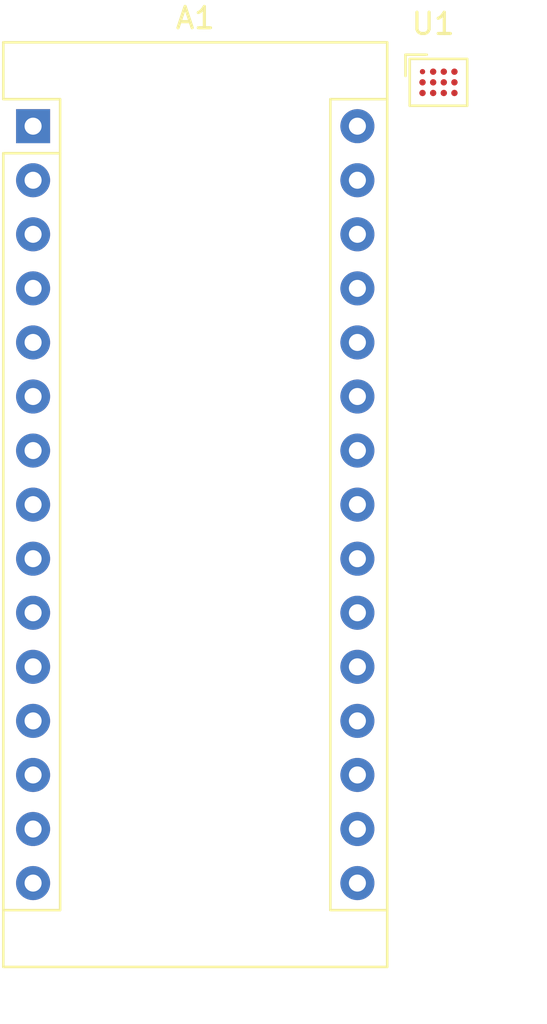
<source format=kicad_pcb>
(kicad_pcb (version 20171130) (host pcbnew 5.0.2+dfsg1-1)

  (general
    (thickness 1.6)
    (drawings 0)
    (tracks 0)
    (zones 0)
    (modules 2)
    (nets 39)
  )

  (page A4)
  (layers
    (0 F.Cu signal)
    (31 B.Cu signal)
    (32 B.Adhes user)
    (33 F.Adhes user)
    (34 B.Paste user)
    (35 F.Paste user)
    (36 B.SilkS user)
    (37 F.SilkS user)
    (38 B.Mask user)
    (39 F.Mask user)
    (40 Dwgs.User user)
    (41 Cmts.User user)
    (42 Eco1.User user)
    (43 Eco2.User user)
    (44 Edge.Cuts user)
    (45 Margin user)
    (46 B.CrtYd user)
    (47 F.CrtYd user)
    (48 B.Fab user)
    (49 F.Fab user)
  )

  (setup
    (last_trace_width 0.25)
    (trace_clearance 0.2)
    (zone_clearance 0.508)
    (zone_45_only no)
    (trace_min 0.2)
    (segment_width 0.2)
    (edge_width 0.15)
    (via_size 0.8)
    (via_drill 0.4)
    (via_min_size 0.4)
    (via_min_drill 0.3)
    (uvia_size 0.3)
    (uvia_drill 0.1)
    (uvias_allowed no)
    (uvia_min_size 0.2)
    (uvia_min_drill 0.1)
    (pcb_text_width 0.3)
    (pcb_text_size 1.5 1.5)
    (mod_edge_width 0.15)
    (mod_text_size 1 1)
    (mod_text_width 0.15)
    (pad_size 1.524 1.524)
    (pad_drill 0.762)
    (pad_to_mask_clearance 0.051)
    (solder_mask_min_width 0.25)
    (aux_axis_origin 0 0)
    (visible_elements FFFFFF7F)
    (pcbplotparams
      (layerselection 0x010fc_ffffffff)
      (usegerberextensions false)
      (usegerberattributes false)
      (usegerberadvancedattributes false)
      (creategerberjobfile false)
      (excludeedgelayer true)
      (linewidth 0.100000)
      (plotframeref false)
      (viasonmask false)
      (mode 1)
      (useauxorigin false)
      (hpglpennumber 1)
      (hpglpenspeed 20)
      (hpglpendiameter 15.000000)
      (psnegative false)
      (psa4output false)
      (plotreference true)
      (plotvalue true)
      (plotinvisibletext false)
      (padsonsilk false)
      (subtractmaskfromsilk false)
      (outputformat 1)
      (mirror false)
      (drillshape 1)
      (scaleselection 1)
      (outputdirectory ""))
  )

  (net 0 "")
  (net 1 "Net-(J1-Pad8)")
  (net 2 "Net-(J1-Pad1)")
  (net 3 "Net-(A1-Pad2)")
  (net 4 "Net-(J1-Pad10)")
  (net 5 "Net-(A1-Pad27)")
  (net 6 "Net-(A1-Pad1)")
  (net 7 "Net-(U1-PadC3)")
  (net 8 "Net-(U1-PadB3)")
  (net 9 "Net-(U1-PadA3)")
  (net 10 "Net-(U1-PadC4)")
  (net 11 "Net-(A1-Pad4)")
  (net 12 "Net-(U1-PadA4)")
  (net 13 "Net-(A1-Pad17)")
  (net 14 "Net-(A1-Pad18)")
  (net 15 "Net-(A1-Pad3)")
  (net 16 "Net-(A1-Pad19)")
  (net 17 "Net-(A1-Pad20)")
  (net 18 "Net-(A1-Pad5)")
  (net 19 "Net-(A1-Pad21)")
  (net 20 "Net-(A1-Pad6)")
  (net 21 "Net-(A1-Pad22)")
  (net 22 "Net-(A1-Pad7)")
  (net 23 "Net-(A1-Pad23)")
  (net 24 "Net-(A1-Pad8)")
  (net 25 "Net-(A1-Pad24)")
  (net 26 "Net-(A1-Pad9)")
  (net 27 "Net-(A1-Pad25)")
  (net 28 "Net-(A1-Pad10)")
  (net 29 "Net-(A1-Pad26)")
  (net 30 "Net-(A1-Pad11)")
  (net 31 "Net-(A1-Pad12)")
  (net 32 "Net-(A1-Pad28)")
  (net 33 "Net-(A1-Pad13)")
  (net 34 "Net-(A1-Pad29)")
  (net 35 "Net-(A1-Pad14)")
  (net 36 "Net-(A1-Pad30)")
  (net 37 "Net-(A1-Pad15)")
  (net 38 "Net-(A1-Pad16)")

  (net_class Default "This is the default net class."
    (clearance 0.2)
    (trace_width 0.25)
    (via_dia 0.8)
    (via_drill 0.4)
    (uvia_dia 0.3)
    (uvia_drill 0.1)
    (add_net "Net-(A1-Pad1)")
    (add_net "Net-(A1-Pad10)")
    (add_net "Net-(A1-Pad11)")
    (add_net "Net-(A1-Pad12)")
    (add_net "Net-(A1-Pad13)")
    (add_net "Net-(A1-Pad14)")
    (add_net "Net-(A1-Pad15)")
    (add_net "Net-(A1-Pad16)")
    (add_net "Net-(A1-Pad17)")
    (add_net "Net-(A1-Pad18)")
    (add_net "Net-(A1-Pad19)")
    (add_net "Net-(A1-Pad2)")
    (add_net "Net-(A1-Pad20)")
    (add_net "Net-(A1-Pad21)")
    (add_net "Net-(A1-Pad22)")
    (add_net "Net-(A1-Pad23)")
    (add_net "Net-(A1-Pad24)")
    (add_net "Net-(A1-Pad25)")
    (add_net "Net-(A1-Pad26)")
    (add_net "Net-(A1-Pad27)")
    (add_net "Net-(A1-Pad28)")
    (add_net "Net-(A1-Pad29)")
    (add_net "Net-(A1-Pad3)")
    (add_net "Net-(A1-Pad30)")
    (add_net "Net-(A1-Pad4)")
    (add_net "Net-(A1-Pad5)")
    (add_net "Net-(A1-Pad6)")
    (add_net "Net-(A1-Pad7)")
    (add_net "Net-(A1-Pad8)")
    (add_net "Net-(A1-Pad9)")
    (add_net "Net-(J1-Pad1)")
    (add_net "Net-(J1-Pad10)")
    (add_net "Net-(J1-Pad8)")
    (add_net "Net-(U1-PadA3)")
    (add_net "Net-(U1-PadA4)")
    (add_net "Net-(U1-PadB3)")
    (add_net "Net-(U1-PadC3)")
    (add_net "Net-(U1-PadC4)")
  )

  (module Module:Arduino_Nano (layer F.Cu) (tedit 58ACAF70) (tstamp 5C1C13BC)
    (at 1323.625001 -1199.874999)
    (descr "Arduino Nano, http://www.mouser.com/pdfdocs/Gravitech_Arduino_Nano3_0.pdf")
    (tags "Arduino Nano")
    (path /5C1C091A)
    (fp_text reference A1 (at 7.62 -5.08) (layer F.SilkS)
      (effects (font (size 1 1) (thickness 0.15)))
    )
    (fp_text value Arduino_Nano_v3.x (at 8.89 19.05 90) (layer F.Fab)
      (effects (font (size 1 1) (thickness 0.15)))
    )
    (fp_text user %R (at 6.35 19.05 90) (layer F.Fab)
      (effects (font (size 1 1) (thickness 0.15)))
    )
    (fp_line (start 1.27 1.27) (end 1.27 -1.27) (layer F.SilkS) (width 0.12))
    (fp_line (start 1.27 -1.27) (end -1.4 -1.27) (layer F.SilkS) (width 0.12))
    (fp_line (start -1.4 1.27) (end -1.4 39.5) (layer F.SilkS) (width 0.12))
    (fp_line (start -1.4 -3.94) (end -1.4 -1.27) (layer F.SilkS) (width 0.12))
    (fp_line (start 13.97 -1.27) (end 16.64 -1.27) (layer F.SilkS) (width 0.12))
    (fp_line (start 13.97 -1.27) (end 13.97 36.83) (layer F.SilkS) (width 0.12))
    (fp_line (start 13.97 36.83) (end 16.64 36.83) (layer F.SilkS) (width 0.12))
    (fp_line (start 1.27 1.27) (end -1.4 1.27) (layer F.SilkS) (width 0.12))
    (fp_line (start 1.27 1.27) (end 1.27 36.83) (layer F.SilkS) (width 0.12))
    (fp_line (start 1.27 36.83) (end -1.4 36.83) (layer F.SilkS) (width 0.12))
    (fp_line (start 3.81 31.75) (end 11.43 31.75) (layer F.Fab) (width 0.1))
    (fp_line (start 11.43 31.75) (end 11.43 41.91) (layer F.Fab) (width 0.1))
    (fp_line (start 11.43 41.91) (end 3.81 41.91) (layer F.Fab) (width 0.1))
    (fp_line (start 3.81 41.91) (end 3.81 31.75) (layer F.Fab) (width 0.1))
    (fp_line (start -1.4 39.5) (end 16.64 39.5) (layer F.SilkS) (width 0.12))
    (fp_line (start 16.64 39.5) (end 16.64 -3.94) (layer F.SilkS) (width 0.12))
    (fp_line (start 16.64 -3.94) (end -1.4 -3.94) (layer F.SilkS) (width 0.12))
    (fp_line (start 16.51 39.37) (end -1.27 39.37) (layer F.Fab) (width 0.1))
    (fp_line (start -1.27 39.37) (end -1.27 -2.54) (layer F.Fab) (width 0.1))
    (fp_line (start -1.27 -2.54) (end 0 -3.81) (layer F.Fab) (width 0.1))
    (fp_line (start 0 -3.81) (end 16.51 -3.81) (layer F.Fab) (width 0.1))
    (fp_line (start 16.51 -3.81) (end 16.51 39.37) (layer F.Fab) (width 0.1))
    (fp_line (start -1.53 -4.06) (end 16.75 -4.06) (layer F.CrtYd) (width 0.05))
    (fp_line (start -1.53 -4.06) (end -1.53 42.16) (layer F.CrtYd) (width 0.05))
    (fp_line (start 16.75 42.16) (end 16.75 -4.06) (layer F.CrtYd) (width 0.05))
    (fp_line (start 16.75 42.16) (end -1.53 42.16) (layer F.CrtYd) (width 0.05))
    (pad 1 thru_hole rect (at 0 0) (size 1.6 1.6) (drill 0.8) (layers *.Cu *.Mask)
      (net 6 "Net-(A1-Pad1)"))
    (pad 17 thru_hole oval (at 15.24 33.02) (size 1.6 1.6) (drill 0.8) (layers *.Cu *.Mask)
      (net 13 "Net-(A1-Pad17)"))
    (pad 2 thru_hole oval (at 0 2.54) (size 1.6 1.6) (drill 0.8) (layers *.Cu *.Mask)
      (net 3 "Net-(A1-Pad2)"))
    (pad 18 thru_hole oval (at 15.24 30.48) (size 1.6 1.6) (drill 0.8) (layers *.Cu *.Mask)
      (net 14 "Net-(A1-Pad18)"))
    (pad 3 thru_hole oval (at 0 5.08) (size 1.6 1.6) (drill 0.8) (layers *.Cu *.Mask)
      (net 15 "Net-(A1-Pad3)"))
    (pad 19 thru_hole oval (at 15.24 27.94) (size 1.6 1.6) (drill 0.8) (layers *.Cu *.Mask)
      (net 16 "Net-(A1-Pad19)"))
    (pad 4 thru_hole oval (at 0 7.62) (size 1.6 1.6) (drill 0.8) (layers *.Cu *.Mask)
      (net 11 "Net-(A1-Pad4)"))
    (pad 20 thru_hole oval (at 15.24 25.4) (size 1.6 1.6) (drill 0.8) (layers *.Cu *.Mask)
      (net 17 "Net-(A1-Pad20)"))
    (pad 5 thru_hole oval (at 0 10.16) (size 1.6 1.6) (drill 0.8) (layers *.Cu *.Mask)
      (net 18 "Net-(A1-Pad5)"))
    (pad 21 thru_hole oval (at 15.24 22.86) (size 1.6 1.6) (drill 0.8) (layers *.Cu *.Mask)
      (net 19 "Net-(A1-Pad21)"))
    (pad 6 thru_hole oval (at 0 12.7) (size 1.6 1.6) (drill 0.8) (layers *.Cu *.Mask)
      (net 20 "Net-(A1-Pad6)"))
    (pad 22 thru_hole oval (at 15.24 20.32) (size 1.6 1.6) (drill 0.8) (layers *.Cu *.Mask)
      (net 21 "Net-(A1-Pad22)"))
    (pad 7 thru_hole oval (at 0 15.24) (size 1.6 1.6) (drill 0.8) (layers *.Cu *.Mask)
      (net 22 "Net-(A1-Pad7)"))
    (pad 23 thru_hole oval (at 15.24 17.78) (size 1.6 1.6) (drill 0.8) (layers *.Cu *.Mask)
      (net 23 "Net-(A1-Pad23)"))
    (pad 8 thru_hole oval (at 0 17.78) (size 1.6 1.6) (drill 0.8) (layers *.Cu *.Mask)
      (net 24 "Net-(A1-Pad8)"))
    (pad 24 thru_hole oval (at 15.24 15.24) (size 1.6 1.6) (drill 0.8) (layers *.Cu *.Mask)
      (net 25 "Net-(A1-Pad24)"))
    (pad 9 thru_hole oval (at 0 20.32) (size 1.6 1.6) (drill 0.8) (layers *.Cu *.Mask)
      (net 26 "Net-(A1-Pad9)"))
    (pad 25 thru_hole oval (at 15.24 12.7) (size 1.6 1.6) (drill 0.8) (layers *.Cu *.Mask)
      (net 27 "Net-(A1-Pad25)"))
    (pad 10 thru_hole oval (at 0 22.86) (size 1.6 1.6) (drill 0.8) (layers *.Cu *.Mask)
      (net 28 "Net-(A1-Pad10)"))
    (pad 26 thru_hole oval (at 15.24 10.16) (size 1.6 1.6) (drill 0.8) (layers *.Cu *.Mask)
      (net 29 "Net-(A1-Pad26)"))
    (pad 11 thru_hole oval (at 0 25.4) (size 1.6 1.6) (drill 0.8) (layers *.Cu *.Mask)
      (net 30 "Net-(A1-Pad11)"))
    (pad 27 thru_hole oval (at 15.24 7.62) (size 1.6 1.6) (drill 0.8) (layers *.Cu *.Mask)
      (net 5 "Net-(A1-Pad27)"))
    (pad 12 thru_hole oval (at 0 27.94) (size 1.6 1.6) (drill 0.8) (layers *.Cu *.Mask)
      (net 31 "Net-(A1-Pad12)"))
    (pad 28 thru_hole oval (at 15.24 5.08) (size 1.6 1.6) (drill 0.8) (layers *.Cu *.Mask)
      (net 32 "Net-(A1-Pad28)"))
    (pad 13 thru_hole oval (at 0 30.48) (size 1.6 1.6) (drill 0.8) (layers *.Cu *.Mask)
      (net 33 "Net-(A1-Pad13)"))
    (pad 29 thru_hole oval (at 15.24 2.54) (size 1.6 1.6) (drill 0.8) (layers *.Cu *.Mask)
      (net 34 "Net-(A1-Pad29)"))
    (pad 14 thru_hole oval (at 0 33.02) (size 1.6 1.6) (drill 0.8) (layers *.Cu *.Mask)
      (net 35 "Net-(A1-Pad14)"))
    (pad 30 thru_hole oval (at 15.24 0) (size 1.6 1.6) (drill 0.8) (layers *.Cu *.Mask)
      (net 36 "Net-(A1-Pad30)"))
    (pad 15 thru_hole oval (at 0 35.56) (size 1.6 1.6) (drill 0.8) (layers *.Cu *.Mask)
      (net 37 "Net-(A1-Pad15)"))
    (pad 16 thru_hole oval (at 15.24 35.56) (size 1.6 1.6) (drill 0.8) (layers *.Cu *.Mask)
      (net 38 "Net-(A1-Pad16)"))
    (model ${KISYS3DMOD}/Module.3dshapes/Arduino_Nano_WithMountingHoles.wrl
      (at (xyz 0 0 0))
      (scale (xyz 1 1 1))
      (rotate (xyz 0 0 0))
    )
  )

  (module Package_BGA:Texas_MicroStar_Junior_BGA-12_2.0x2.5mm_Layout4x3_P0.5mm (layer F.Cu) (tedit 5A058D74) (tstamp 5C1C137F)
    (at 1342.675001 -1201.934999)
    (descr "Texas Instruments, BGA Microstar Junior, 2x2.5mm, 12 bump 4x3 grid, NSMD pad definition (http://www.ti.com/lit/ds/symlink/txb0104.pdf, http://www.ti.com/lit/wp/ssyz015b/ssyz015b.pdf)")
    (tags Texas_Junior_BGA-12)
    (path /5C1C166C)
    (solder_mask_margin 0.05)
    (attr smd)
    (fp_text reference U1 (at -0.25 -2.75) (layer F.SilkS)
      (effects (font (size 1 1) (thickness 0.15)))
    )
    (fp_text value TXB0104ZXU (at 0.25 2.75) (layer F.Fab)
      (effects (font (size 1 1) (thickness 0.15)))
    )
    (fp_line (start -0.75 -1) (end -1.25 -0.5) (layer F.Fab) (width 0.1))
    (fp_line (start -1.25 1) (end -1.25 -0.5) (layer F.Fab) (width 0.1))
    (fp_line (start -0.75 -1) (end 1.25 -1) (layer F.Fab) (width 0.1))
    (fp_line (start 1.25 -1) (end 1.25 1) (layer F.Fab) (width 0.1))
    (fp_line (start 1.25 1) (end -1.25 1) (layer F.Fab) (width 0.1))
    (fp_text user %R (at 0 0) (layer F.Fab)
      (effects (font (size 0.6 0.6) (thickness 0.06)))
    )
    (fp_line (start -1.35 -1.1) (end 1.35 -1.1) (layer F.SilkS) (width 0.12))
    (fp_line (start 1.35 -1.1) (end 1.35 1.1) (layer F.SilkS) (width 0.12))
    (fp_line (start -2.25 2) (end -2.25 -2) (layer F.CrtYd) (width 0.05))
    (fp_line (start -2.25 -2) (end 2.25 -2) (layer F.CrtYd) (width 0.05))
    (fp_line (start 2.25 -2) (end 2.25 2) (layer F.CrtYd) (width 0.05))
    (fp_line (start 2.25 2) (end -2.25 2) (layer F.CrtYd) (width 0.05))
    (fp_line (start -1.35 1.1) (end 1.35 1.1) (layer F.SilkS) (width 0.12))
    (fp_line (start -1.35 1.1) (end -1.35 -1.1) (layer F.SilkS) (width 0.12))
    (fp_line (start -1.55 -1.3) (end -1.55 -0.3) (layer F.SilkS) (width 0.12))
    (fp_line (start -1.55 -1.3) (end -0.55 -1.3) (layer F.SilkS) (width 0.12))
    (pad C1 smd circle (at -0.75 0.5) (size 0.3 0.3) (layers F.Cu F.Paste F.Mask)
      (net 1 "Net-(J1-Pad8)"))
    (pad B1 smd circle (at -0.75 0) (size 0.3 0.3) (layers F.Cu F.Paste F.Mask)
      (net 2 "Net-(J1-Pad1)"))
    (pad A1 smd circle (at -0.75 -0.5) (size 0.25 0.25) (layers F.Cu F.Paste F.Mask)
      (net 3 "Net-(A1-Pad2)"))
    (pad C2 smd circle (at -0.25 0.5) (size 0.3 0.3) (layers F.Cu F.Paste F.Mask)
      (net 4 "Net-(J1-Pad10)"))
    (pad B2 smd circle (at -0.25 0) (size 0.3 0.3) (layers F.Cu F.Paste F.Mask)
      (net 5 "Net-(A1-Pad27)"))
    (pad A2 smd circle (at -0.25 -0.5) (size 0.3 0.3) (layers F.Cu F.Paste F.Mask)
      (net 6 "Net-(A1-Pad1)"))
    (pad C3 smd circle (at 0.25 0.5) (size 0.3 0.3) (layers F.Cu F.Paste F.Mask)
      (net 7 "Net-(U1-PadC3)"))
    (pad B3 smd circle (at 0.25 0) (size 0.3 0.3) (layers F.Cu F.Paste F.Mask)
      (net 8 "Net-(U1-PadB3)"))
    (pad A3 smd circle (at 0.25 -0.5) (size 0.3 0.3) (layers F.Cu F.Paste F.Mask)
      (net 9 "Net-(U1-PadA3)"))
    (pad C4 smd circle (at 0.75 0.5) (size 0.3 0.3) (layers F.Cu F.Paste F.Mask)
      (net 10 "Net-(U1-PadC4)"))
    (pad B4 smd circle (at 0.75 0) (size 0.3 0.3) (layers F.Cu F.Paste F.Mask)
      (net 11 "Net-(A1-Pad4)"))
    (pad A4 smd circle (at 0.75 -0.5) (size 0.3 0.3) (layers F.Cu F.Paste F.Mask)
      (net 12 "Net-(U1-PadA4)"))
    (model ${KISYS3DMOD}/Package_BGA.3dshapes/Texas_MicroStar_Junior_BGA-12_2.0x2.5mm_Layout4x3_P0.5mm.wrl
      (at (xyz 0 0 0))
      (scale (xyz 1 1 1))
      (rotate (xyz 0 0 0))
    )
  )

)

</source>
